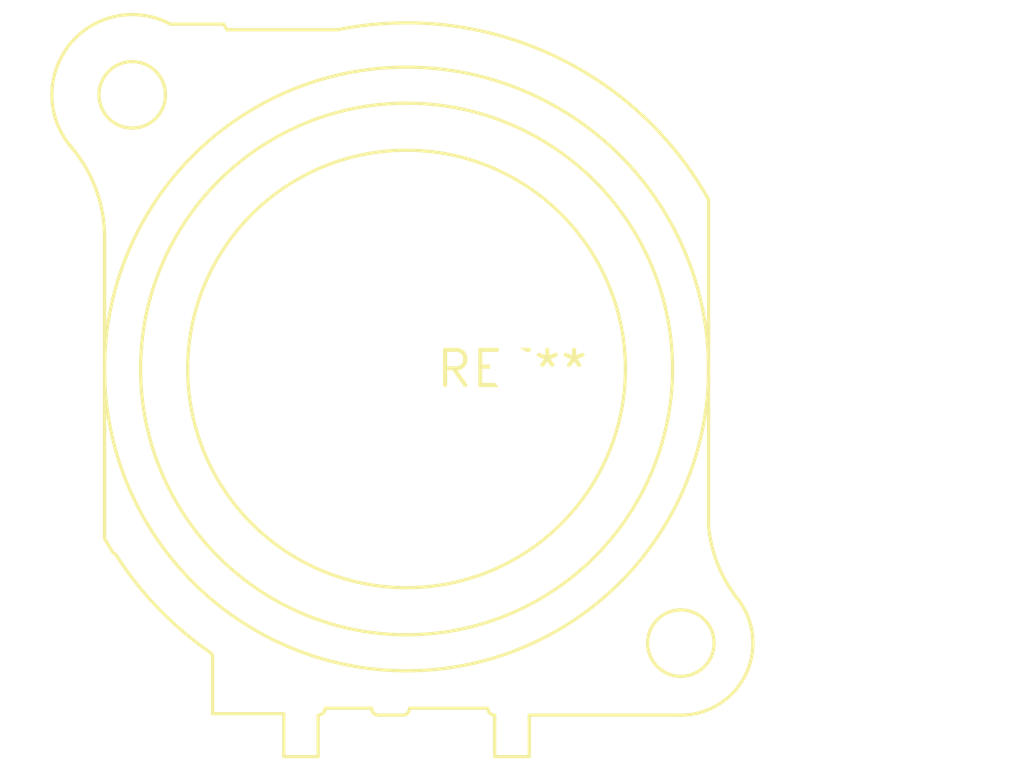
<source format=kicad_pcb>
(kicad_pcb (version 20240108) (generator pcbnew)
  (layers (0 "F.Cu" signal) (31 "B.Cu" signal) (34 "B.Paste" user) (35 "F.Paste" user) (36 "B.SilkS" user "B.Silkscreen") (37 "F.SilkS" user "F.Silkscreen") (38 "B.Mask" user) (39 "F.Mask" user) (44 "Edge.Cuts" user))
  (net 0 "")
  (footprint "Jack_XLR_Neutrik_NC3FBV1-0_Vertical" (layer "F.Cu") (at 0 0)
    (property "Reference" "REF**")
    (property "Value" "Jack_XLR_Neutrik_NC3FBV1-0_Vertical")
    (fp_line (start -14.71 -4.76) (end -14.71 6.12) (layer "F.SilkS") (stroke (width 0.12)))
    (fp_line (start -14.71 6.12) (end -14.43 6.6) (layer "F.SilkS") (stroke (width 0.12)))
    (fp_line (start -10.81 10.39) (end -10.81 12.45) (layer "F.SilkS") (stroke (width 0.12)))
    (fp_line (start -10.81 12.45) (end -8.24 12.45) (layer "F.SilkS") (stroke (width 0.12)))
    (fp_line (start -10.41 -12.45) (end -12.33 -12.45) (layer "F.SilkS") (stroke (width 0.12)))
    (fp_line (start -10.29 -12.25) (end -10.41 -12.45) (layer "F.SilkS") (stroke (width 0.12)))
    (fp_line (start -8.24 12.45) (end -8.24 14) (layer "F.SilkS") (stroke (width 0.12)))
    (fp_line (start -7 14) (end -8.24 14) (layer "F.SilkS") (stroke (width 0.12)))
    (fp_line (start -7 14) (end -7 12.5) (layer "F.SilkS") (stroke (width 0.12)))
    (fp_line (start -6.75 12.25) (end -5.07 12.25) (layer "F.SilkS") (stroke (width 0.12)))
    (fp_line (start -6.3 -12.25) (end -10.29 -12.25) (layer "F.SilkS") (stroke (width 0.12)))
    (fp_line (start -4.82 12.5) (end -3.95 12.5) (layer "F.SilkS") (stroke (width 0.12)))
    (fp_line (start -3.7 12.25) (end -0.88 12.25) (layer "F.SilkS") (stroke (width 0.12)))
    (fp_line (start -0.63 12.5) (end -0.63 14) (layer "F.SilkS") (stroke (width 0.12)))
    (fp_line (start 0.62 12.5) (end 6.09 12.5) (layer "F.SilkS") (stroke (width 0.12)))
    (fp_line (start 0.62 14) (end -0.63 14) (layer "F.SilkS") (stroke (width 0.12)))
    (fp_line (start 0.62 14) (end 0.62 12.5) (layer "F.SilkS") (stroke (width 0.12)))
    (fp_line (start 7.09 5.67) (end 7.09 -6.12) (layer "F.SilkS") (stroke (width 0.12)))
    (fp_arc (start -15.916051 -8.020379) (mid -15.021177 -6.498148) (end -14.71 -4.76) (layer "F.SilkS") (stroke (width 0.12)))
    (fp_arc (start -15.908884 -8.010077) (mid -15.967404 -11.719623) (end -12.33 -12.45) (layer "F.SilkS") (stroke (width 0.12)))
    (fp_arc (start -14.313753 6.685219) (mid -14.379716 6.653303) (end -14.43 6.6) (layer "F.SilkS") (stroke (width 0.12)))
    (fp_arc (start -10.879208 10.248532) (mid -12.772983 8.641241) (end -14.31 6.69) (layer "F.SilkS") (stroke (width 0.12)))
    (fp_arc (start -10.874359 10.252686) (mid -10.828679 10.315015) (end -10.81 10.39) (layer "F.SilkS") (stroke (width 0.12)))
    (fp_arc (start -6.75 12.25) (mid -6.823223 12.426777) (end -7 12.5) (layer "F.SilkS") (stroke (width 0.12)))
    (fp_arc (start -6.283571 -12.253402) (mid 1.401126 -11.362596) (end 7.09 -6.12) (layer "F.SilkS") (stroke (width 0.12)))
    (fp_arc (start -4.82 12.5) (mid -4.996777 12.426777) (end -5.07 12.25) (layer "F.SilkS") (stroke (width 0.12)))
    (fp_arc (start -3.7 12.25) (mid -3.773223 12.426777) (end -3.95 12.5) (layer "F.SilkS") (stroke (width 0.12)))
    (fp_arc (start -0.63 12.5) (mid -0.806777 12.426777) (end -0.88 12.25) (layer "F.SilkS") (stroke (width 0.12)))
    (fp_arc (start 8.110579 8.263767) (mid 8.436721 11.019329) (end 6.09 12.5) (layer "F.SilkS") (stroke (width 0.12)))
    (fp_arc (start 8.111727 8.266808) (mid 7.416073 7.041111) (end 7.09 5.67) (layer "F.SilkS") (stroke (width 0.12)))
    (fp_circle (center -13.71 -9.9) (end -12.51 -9.9) (layer "F.SilkS") (stroke (width 0.12)) (fill none))
    (fp_circle (center -3.81 0) (end 4.09 0) (layer "F.SilkS") (stroke (width 0.12)) (fill none))
    (fp_circle (center -3.81 0) (end 5.79 0) (layer "F.SilkS") (stroke (width 0.12)) (fill none))
    (fp_circle (center -3.81 0) (end 7.09 0) (layer "F.SilkS") (stroke (width 0.12)) (fill none))
    (fp_circle (center 6.09 9.9) (end 7.29 9.9) (layer "F.SilkS") (stroke (width 0.12)) (fill none))
    (pad "1" thru_hole circle (at 0 0) (size 3.4 3.4) (drill 1.6) (layers *.Cu *.Mask) (remove_unused_layers))
    (pad "2" thru_hole circle (at -7.62 0) (size 3.4 3.4) (drill 1.6) (layers *.Cu *.Mask) (remove_unused_layers))
    (pad "3" thru_hole circle (at -3.81 4.45) (size 2.9 2.9) (drill 1.2) (layers *.Cu *.Mask) (remove_unused_layers))
  )
)
</source>
